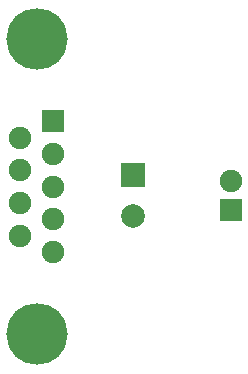
<source format=gbs>
G04*
G04 #@! TF.GenerationSoftware,Altium Limited,Altium Designer,21.7.1 (17)*
G04*
G04 Layer_Color=16711935*
%FSLAX25Y25*%
%MOIN*%
G70*
G04*
G04 #@! TF.SameCoordinates,7597F7ED-B0B0-46DE-8649-F5B0F68803AD*
G04*
G04*
G04 #@! TF.FilePolarity,Negative*
G04*
G01*
G75*
%ADD57R,0.07493X0.07493*%
%ADD58C,0.07493*%
%ADD59C,0.20485*%
%ADD60R,0.07887X0.07887*%
%ADD61C,0.07887*%
D57*
X102055Y52756D02*
D03*
X43000Y82464D02*
D03*
D58*
X102055Y62598D02*
D03*
X31819Y44272D02*
D03*
X31819Y55177D02*
D03*
Y66083D02*
D03*
X43000Y49713D02*
D03*
Y60630D02*
D03*
Y71547D02*
D03*
Y38795D02*
D03*
X31819Y76988D02*
D03*
D59*
X37409Y109843D02*
D03*
X37409Y11417D02*
D03*
D60*
X69575Y64567D02*
D03*
D61*
Y50787D02*
D03*
M02*

</source>
